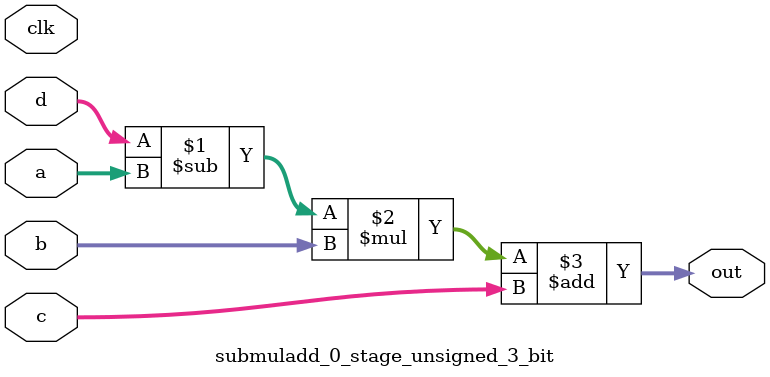
<source format=sv>
(* use_dsp = "yes" *) module submuladd_0_stage_unsigned_3_bit(
	input  [2:0] a,
	input  [2:0] b,
	input  [2:0] c,
	input  [2:0] d,
	output [2:0] out,
	input clk);

	assign out = ((d - a) * b) + c;
endmodule

</source>
